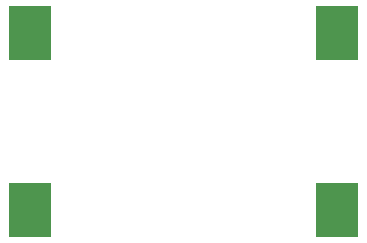
<source format=gbr>
%TF.GenerationSoftware,KiCad,Pcbnew,8.0.7-1.fc41*%
%TF.CreationDate,2024-12-31T22:09:06+08:00*%
%TF.ProjectId,mp2236_power_driver,6d703232-3336-45f7-906f-7765725f6472,rev?*%
%TF.SameCoordinates,Original*%
%TF.FileFunction,Soldermask,Bot*%
%TF.FilePolarity,Negative*%
%FSLAX46Y46*%
G04 Gerber Fmt 4.6, Leading zero omitted, Abs format (unit mm)*
G04 Created by KiCad (PCBNEW 8.0.7-1.fc41) date 2024-12-31 22:09:06*
%MOMM*%
%LPD*%
G01*
G04 APERTURE LIST*
G04 Aperture macros list*
%AMRoundRect*
0 Rectangle with rounded corners*
0 $1 Rounding radius*
0 $2 $3 $4 $5 $6 $7 $8 $9 X,Y pos of 4 corners*
0 Add a 4 corners polygon primitive as box body*
4,1,4,$2,$3,$4,$5,$6,$7,$8,$9,$2,$3,0*
0 Add four circle primitives for the rounded corners*
1,1,$1+$1,$2,$3*
1,1,$1+$1,$4,$5*
1,1,$1+$1,$6,$7*
1,1,$1+$1,$8,$9*
0 Add four rect primitives between the rounded corners*
20,1,$1+$1,$2,$3,$4,$5,0*
20,1,$1+$1,$4,$5,$6,$7,0*
20,1,$1+$1,$6,$7,$8,$9,0*
20,1,$1+$1,$8,$9,$2,$3,0*%
G04 Aperture macros list end*
%ADD10RoundRect,0.050000X1.750000X-2.250000X1.750000X2.250000X-1.750000X2.250000X-1.750000X-2.250000X0*%
G04 APERTURE END LIST*
D10*
%TO.C,J1*%
X112000000Y-77500000D03*
X112000000Y-62500000D03*
%TD*%
%TO.C,J2*%
X138000000Y-77500000D03*
X138000000Y-62500000D03*
%TD*%
M02*

</source>
